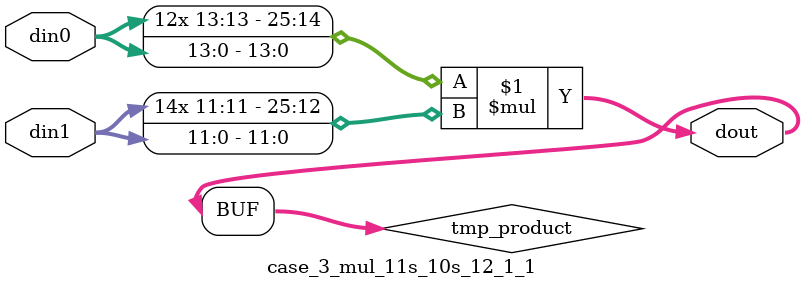
<source format=v>

`timescale 1 ns / 1 ps

 module case_3_mul_11s_10s_12_1_1(din0, din1, dout);
parameter ID = 1;
parameter NUM_STAGE = 0;
parameter din0_WIDTH = 14;
parameter din1_WIDTH = 12;
parameter dout_WIDTH = 26;

input [din0_WIDTH - 1 : 0] din0; 
input [din1_WIDTH - 1 : 0] din1; 
output [dout_WIDTH - 1 : 0] dout;

wire signed [dout_WIDTH - 1 : 0] tmp_product;



























assign tmp_product = $signed(din0) * $signed(din1);








assign dout = tmp_product;





















endmodule

</source>
